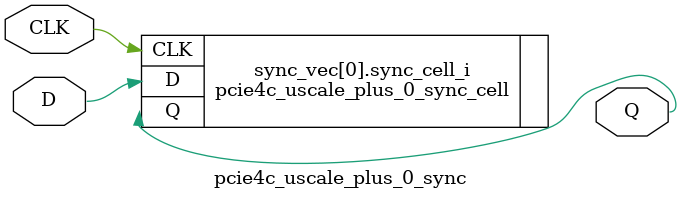
<source format=v>

`timescale 1ps / 1ps

(* DowngradeIPIdentifiedWarnings = "yes" *)
module pcie4c_uscale_plus_0_sync #
(
    parameter integer WIDTH = 1, 
    parameter integer STAGE = 3
)
(
    //-------------------------------------------------------------------------- 
    //  Input Ports
    //-------------------------------------------------------------------------- 
    input                               CLK,
    input       [WIDTH-1:0]             D,
    
    //-------------------------------------------------------------------------- 
    //  Output Ports
    //-------------------------------------------------------------------------- 
    output      [WIDTH-1:0]             Q
);                                                        



//--------------------------------------------------------------------------------------------------
//  Generate Synchronizer - Begin
//--------------------------------------------------------------------------------------------------
genvar i;

generate for (i=0; i<WIDTH; i=i+1) 

    begin : sync_vec

    //----------------------------------------------------------------------
    //  Synchronizer
    //----------------------------------------------------------------------
    pcie4c_uscale_plus_0_sync_cell #
    (
        .STAGE                          (STAGE)
    )    
    sync_cell_i
    (
        //------------------------------------------------------------------
        //  Input Ports
        //------------------------------------------------------------------
        .CLK                            (CLK),
        .D                              (D[i]),

        //------------------------------------------------------------------
        //  Output Ports
        //------------------------------------------------------------------
        .Q                              (Q[i])
    );
 
    end   
      
endgenerate 
//--------------------------------------------------------------------------------------------------
//  Generate - End
//--------------------------------------------------------------------------------------------------



endmodule

</source>
